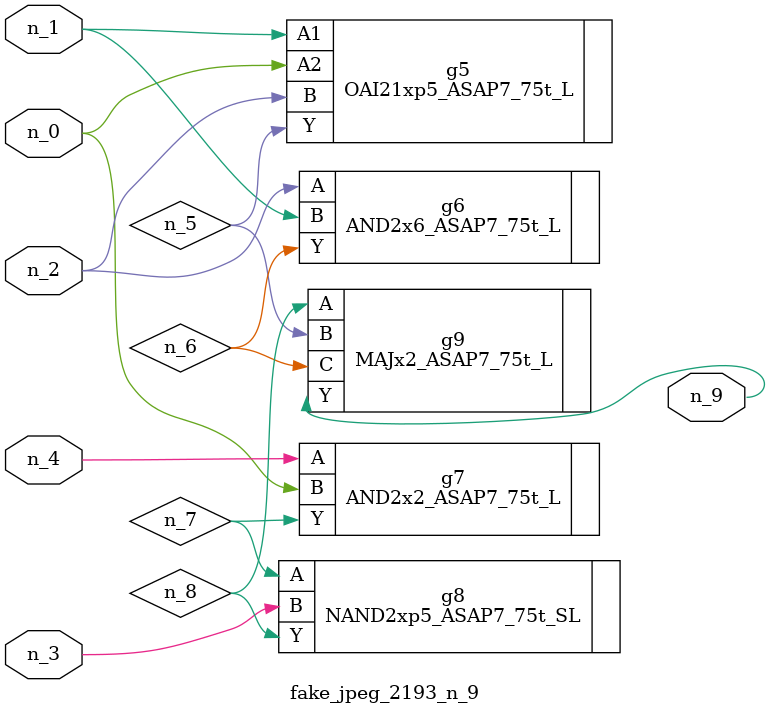
<source format=v>
module fake_jpeg_2193_n_9 (n_3, n_2, n_1, n_0, n_4, n_9);

input n_3;
input n_2;
input n_1;
input n_0;
input n_4;

output n_9;

wire n_8;
wire n_6;
wire n_5;
wire n_7;

OAI21xp5_ASAP7_75t_L g5 ( 
.A1(n_1),
.A2(n_0),
.B(n_2),
.Y(n_5)
);

AND2x6_ASAP7_75t_L g6 ( 
.A(n_2),
.B(n_1),
.Y(n_6)
);

AND2x2_ASAP7_75t_L g7 ( 
.A(n_4),
.B(n_0),
.Y(n_7)
);

NAND2xp5_ASAP7_75t_SL g8 ( 
.A(n_7),
.B(n_3),
.Y(n_8)
);

MAJx2_ASAP7_75t_L g9 ( 
.A(n_8),
.B(n_5),
.C(n_6),
.Y(n_9)
);


endmodule
</source>
